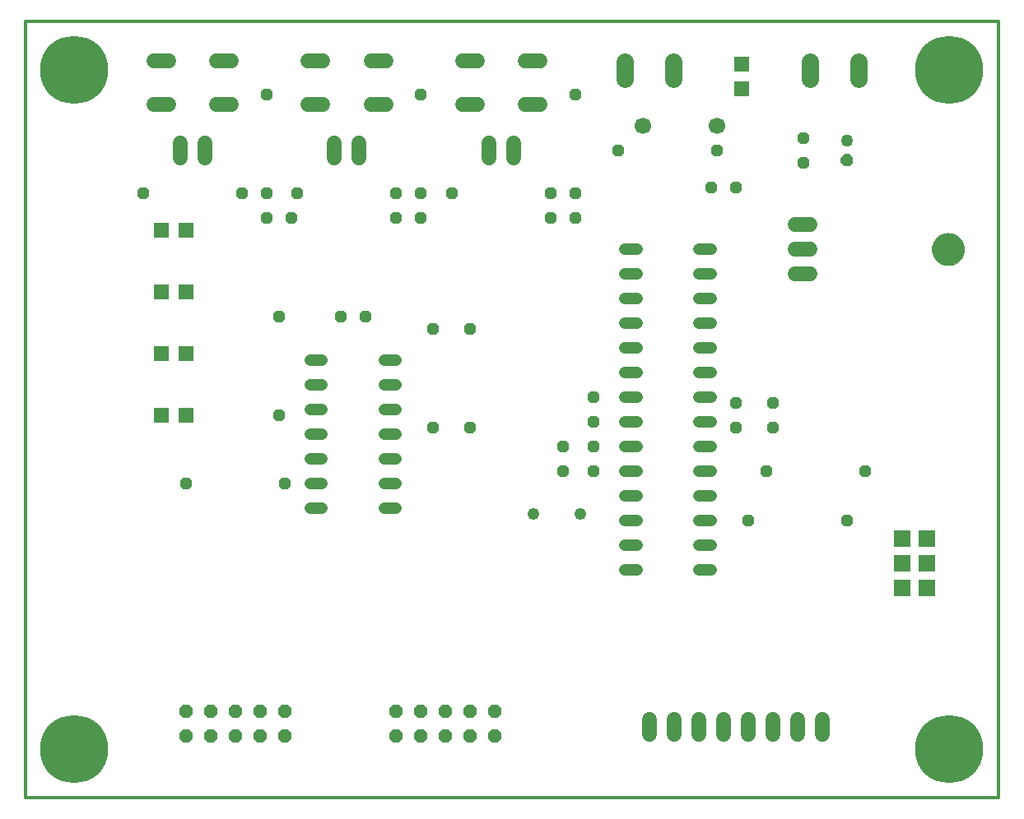
<source format=gts>
G75*
%MOIN*%
%OFA0B0*%
%FSLAX24Y24*%
%IPPOS*%
%LPD*%
%AMOC8*
5,1,8,0,0,1.08239X$1,22.5*
%
%ADD10C,0.0120*%
%ADD11C,0.0705*%
%ADD12C,0.0480*%
%ADD13C,0.0600*%
%ADD14C,0.0000*%
%ADD15C,0.1300*%
%ADD16OC8,0.0480*%
%ADD17OC8,0.0500*%
%ADD18C,0.0500*%
%ADD19C,0.0480*%
%ADD20C,0.0669*%
%ADD21R,0.0689X0.0689*%
%ADD22R,0.0591X0.0591*%
%ADD23C,0.0591*%
%ADD24OC8,0.0540*%
%ADD25C,0.2756*%
D10*
X013160Y000180D02*
X013160Y031676D01*
X052530Y031676D01*
X052530Y000180D01*
X013160Y000180D01*
D11*
X037426Y029328D02*
X037426Y030033D01*
X039395Y030033D02*
X039395Y029328D01*
X044926Y029328D02*
X044926Y030033D01*
X046895Y030033D02*
X046895Y029328D01*
D12*
X040900Y022430D02*
X040420Y022430D01*
X040420Y021430D02*
X040900Y021430D01*
X040900Y020430D02*
X040420Y020430D01*
X040420Y019430D02*
X040900Y019430D01*
X040900Y018430D02*
X040420Y018430D01*
X040420Y017430D02*
X040900Y017430D01*
X040900Y016430D02*
X040420Y016430D01*
X040420Y015430D02*
X040900Y015430D01*
X040900Y014430D02*
X040420Y014430D01*
X040420Y013430D02*
X040900Y013430D01*
X040900Y012430D02*
X040420Y012430D01*
X040420Y011430D02*
X040900Y011430D01*
X040900Y010430D02*
X040420Y010430D01*
X040420Y009430D02*
X040900Y009430D01*
X037900Y009430D02*
X037420Y009430D01*
X037420Y010430D02*
X037900Y010430D01*
X037900Y011430D02*
X037420Y011430D01*
X037420Y012430D02*
X037900Y012430D01*
X037900Y013430D02*
X037420Y013430D01*
X037420Y014430D02*
X037900Y014430D01*
X037900Y015430D02*
X037420Y015430D01*
X037420Y016430D02*
X037900Y016430D01*
X037900Y017430D02*
X037420Y017430D01*
X037420Y018430D02*
X037900Y018430D01*
X037900Y019430D02*
X037420Y019430D01*
X037420Y020430D02*
X037900Y020430D01*
X037900Y021430D02*
X037420Y021430D01*
X037420Y022430D02*
X037900Y022430D01*
X028150Y017930D02*
X027670Y017930D01*
X027670Y016930D02*
X028150Y016930D01*
X028150Y015930D02*
X027670Y015930D01*
X027670Y014930D02*
X028150Y014930D01*
X028150Y013930D02*
X027670Y013930D01*
X027670Y012930D02*
X028150Y012930D01*
X028150Y011930D02*
X027670Y011930D01*
X025150Y011930D02*
X024670Y011930D01*
X024670Y012930D02*
X025150Y012930D01*
X025150Y013930D02*
X024670Y013930D01*
X024670Y014930D02*
X025150Y014930D01*
X025150Y015930D02*
X024670Y015930D01*
X024670Y016930D02*
X025150Y016930D01*
X025150Y017930D02*
X024670Y017930D01*
D13*
X025660Y026130D02*
X025660Y026730D01*
X026660Y026730D02*
X026660Y026130D01*
X027140Y028290D02*
X027740Y028290D01*
X027740Y030070D02*
X027140Y030070D01*
X025180Y030070D02*
X024580Y030070D01*
X024580Y028290D02*
X025180Y028290D01*
X021490Y028290D02*
X020890Y028290D01*
X020410Y026730D02*
X020410Y026130D01*
X019410Y026130D02*
X019410Y026730D01*
X018930Y028290D02*
X018330Y028290D01*
X018330Y030070D02*
X018930Y030070D01*
X020890Y030070D02*
X021490Y030070D01*
X030830Y030070D02*
X031430Y030070D01*
X031430Y028290D02*
X030830Y028290D01*
X031910Y026730D02*
X031910Y026130D01*
X032910Y026130D02*
X032910Y026730D01*
X033390Y028290D02*
X033990Y028290D01*
X033990Y030070D02*
X033390Y030070D01*
X044298Y023430D02*
X044898Y023430D01*
X044898Y022430D02*
X044298Y022430D01*
X044298Y021430D02*
X044898Y021430D01*
D14*
X049848Y022430D02*
X049850Y022480D01*
X049856Y022530D01*
X049866Y022580D01*
X049879Y022628D01*
X049896Y022676D01*
X049917Y022722D01*
X049941Y022766D01*
X049969Y022808D01*
X050000Y022848D01*
X050034Y022885D01*
X050071Y022920D01*
X050110Y022951D01*
X050151Y022980D01*
X050195Y023005D01*
X050241Y023027D01*
X050288Y023045D01*
X050336Y023059D01*
X050385Y023070D01*
X050435Y023077D01*
X050485Y023080D01*
X050536Y023079D01*
X050586Y023074D01*
X050636Y023065D01*
X050684Y023053D01*
X050732Y023036D01*
X050778Y023016D01*
X050823Y022993D01*
X050866Y022966D01*
X050906Y022936D01*
X050944Y022903D01*
X050979Y022867D01*
X051012Y022828D01*
X051041Y022787D01*
X051067Y022744D01*
X051090Y022699D01*
X051109Y022652D01*
X051124Y022604D01*
X051136Y022555D01*
X051144Y022505D01*
X051148Y022455D01*
X051148Y022405D01*
X051144Y022355D01*
X051136Y022305D01*
X051124Y022256D01*
X051109Y022208D01*
X051090Y022161D01*
X051067Y022116D01*
X051041Y022073D01*
X051012Y022032D01*
X050979Y021993D01*
X050944Y021957D01*
X050906Y021924D01*
X050866Y021894D01*
X050823Y021867D01*
X050778Y021844D01*
X050732Y021824D01*
X050684Y021807D01*
X050636Y021795D01*
X050586Y021786D01*
X050536Y021781D01*
X050485Y021780D01*
X050435Y021783D01*
X050385Y021790D01*
X050336Y021801D01*
X050288Y021815D01*
X050241Y021833D01*
X050195Y021855D01*
X050151Y021880D01*
X050110Y021909D01*
X050071Y021940D01*
X050034Y021975D01*
X050000Y022012D01*
X049969Y022052D01*
X049941Y022094D01*
X049917Y022138D01*
X049896Y022184D01*
X049879Y022232D01*
X049866Y022280D01*
X049856Y022330D01*
X049850Y022380D01*
X049848Y022430D01*
D15*
X050498Y022430D03*
D16*
X044660Y025930D03*
X044660Y026930D03*
X041910Y024930D03*
X040910Y024930D03*
X041160Y026430D03*
X037160Y026430D03*
X035410Y024680D03*
X034410Y024680D03*
X034410Y023680D03*
X035410Y023680D03*
X030410Y024680D03*
X029160Y024680D03*
X028160Y024680D03*
X028160Y023680D03*
X029160Y023680D03*
X026910Y019680D03*
X025910Y019680D03*
X023410Y019680D03*
X023410Y015680D03*
X023660Y012930D03*
X019660Y012930D03*
X029660Y015180D03*
X031160Y015180D03*
X034910Y014430D03*
X036160Y014430D03*
X036160Y015430D03*
X036160Y016430D03*
X036160Y013430D03*
X034910Y013430D03*
X031160Y019180D03*
X029660Y019180D03*
X023910Y023680D03*
X022910Y023680D03*
X022910Y024680D03*
X021910Y024680D03*
X024160Y024680D03*
X022910Y028680D03*
X017910Y024680D03*
X029160Y028680D03*
X035410Y028680D03*
X041910Y016180D03*
X041910Y015180D03*
X043410Y015180D03*
X043410Y016180D03*
X043160Y013430D03*
X042410Y011430D03*
X046410Y011430D03*
X047160Y013430D03*
D17*
X046410Y026030D03*
D18*
X046410Y026830D03*
D19*
X035610Y011680D03*
X033710Y011680D03*
D20*
X038160Y027430D03*
X041160Y027430D03*
D21*
X048660Y010680D03*
X049660Y010680D03*
X049660Y009680D03*
X048660Y009680D03*
X048660Y008680D03*
X049660Y008680D03*
D22*
X042160Y028930D03*
X042160Y029930D03*
X019660Y023180D03*
X018660Y023180D03*
X018660Y020680D03*
X019660Y020680D03*
X019660Y018180D03*
X018660Y018180D03*
X018660Y015680D03*
X019660Y015680D03*
D23*
X038410Y003350D02*
X038410Y002760D01*
X039410Y002760D02*
X039410Y003350D01*
X040410Y003350D02*
X040410Y002760D01*
X041410Y002760D02*
X041410Y003350D01*
X042410Y003350D02*
X042410Y002760D01*
X043410Y002760D02*
X043410Y003350D01*
X044410Y003350D02*
X044410Y002760D01*
X045410Y002760D02*
X045410Y003350D01*
D24*
X032160Y003680D03*
X031160Y003680D03*
X030160Y003680D03*
X029160Y003680D03*
X028160Y003680D03*
X028160Y002680D03*
X029160Y002680D03*
X030160Y002680D03*
X031160Y002680D03*
X032160Y002680D03*
X023660Y002680D03*
X022660Y002680D03*
X021660Y002680D03*
X020660Y002680D03*
X019660Y002680D03*
X019660Y003680D03*
X020660Y003680D03*
X021660Y003680D03*
X022660Y003680D03*
X023660Y003680D03*
D25*
X015129Y002149D03*
X015129Y029708D03*
X050562Y029708D03*
X050562Y002149D03*
M02*

</source>
